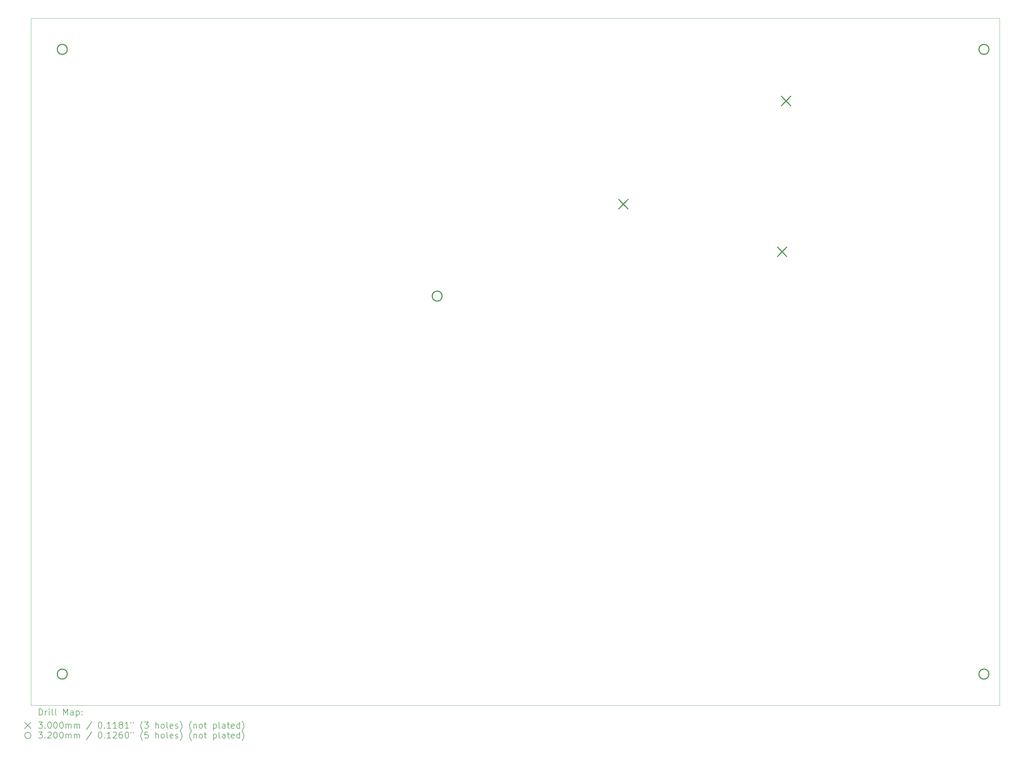
<source format=gbr>
%TF.GenerationSoftware,KiCad,Pcbnew,8.0.5*%
%TF.CreationDate,2024-12-06T02:00:07+01:00*%
%TF.ProjectId,ImpedanceAnalyzer,496d7065-6461-46e6-9365-416e616c797a,rev?*%
%TF.SameCoordinates,Original*%
%TF.FileFunction,Drillmap*%
%TF.FilePolarity,Positive*%
%FSLAX45Y45*%
G04 Gerber Fmt 4.5, Leading zero omitted, Abs format (unit mm)*
G04 Created by KiCad (PCBNEW 8.0.5) date 2024-12-06 02:00:07*
%MOMM*%
%LPD*%
G01*
G04 APERTURE LIST*
%ADD10C,0.050000*%
%ADD11C,0.200000*%
%ADD12C,0.300000*%
%ADD13C,0.320000*%
G04 APERTURE END LIST*
D10*
X2000000Y-4000000D02*
X33000000Y-4000000D01*
X33000000Y-26000000D01*
X2000000Y-26000000D01*
X2000000Y-4000000D01*
D11*
D12*
X20810000Y-9806000D02*
X21110000Y-10106000D01*
X21110000Y-9806000D02*
X20810000Y-10106000D01*
X25890000Y-11330000D02*
X26190000Y-11630000D01*
X26190000Y-11330000D02*
X25890000Y-11630000D01*
X26017000Y-6504000D02*
X26317000Y-6804000D01*
X26317000Y-6504000D02*
X26017000Y-6804000D01*
D13*
X3160000Y-5000000D02*
G75*
G02*
X2840000Y-5000000I-160000J0D01*
G01*
X2840000Y-5000000D02*
G75*
G02*
X3160000Y-5000000I160000J0D01*
G01*
X3160000Y-25000000D02*
G75*
G02*
X2840000Y-25000000I-160000J0D01*
G01*
X2840000Y-25000000D02*
G75*
G02*
X3160000Y-25000000I160000J0D01*
G01*
X15160000Y-12900000D02*
G75*
G02*
X14840000Y-12900000I-160000J0D01*
G01*
X14840000Y-12900000D02*
G75*
G02*
X15160000Y-12900000I160000J0D01*
G01*
X32660000Y-5000000D02*
G75*
G02*
X32340000Y-5000000I-160000J0D01*
G01*
X32340000Y-5000000D02*
G75*
G02*
X32660000Y-5000000I160000J0D01*
G01*
X32660000Y-25000000D02*
G75*
G02*
X32340000Y-25000000I-160000J0D01*
G01*
X32340000Y-25000000D02*
G75*
G02*
X32660000Y-25000000I160000J0D01*
G01*
D11*
X2258277Y-26313984D02*
X2258277Y-26113984D01*
X2258277Y-26113984D02*
X2305896Y-26113984D01*
X2305896Y-26113984D02*
X2334467Y-26123508D01*
X2334467Y-26123508D02*
X2353515Y-26142555D01*
X2353515Y-26142555D02*
X2363039Y-26161603D01*
X2363039Y-26161603D02*
X2372563Y-26199698D01*
X2372563Y-26199698D02*
X2372563Y-26228269D01*
X2372563Y-26228269D02*
X2363039Y-26266365D01*
X2363039Y-26266365D02*
X2353515Y-26285412D01*
X2353515Y-26285412D02*
X2334467Y-26304460D01*
X2334467Y-26304460D02*
X2305896Y-26313984D01*
X2305896Y-26313984D02*
X2258277Y-26313984D01*
X2458277Y-26313984D02*
X2458277Y-26180650D01*
X2458277Y-26218746D02*
X2467801Y-26199698D01*
X2467801Y-26199698D02*
X2477324Y-26190174D01*
X2477324Y-26190174D02*
X2496372Y-26180650D01*
X2496372Y-26180650D02*
X2515420Y-26180650D01*
X2582086Y-26313984D02*
X2582086Y-26180650D01*
X2582086Y-26113984D02*
X2572563Y-26123508D01*
X2572563Y-26123508D02*
X2582086Y-26133031D01*
X2582086Y-26133031D02*
X2591610Y-26123508D01*
X2591610Y-26123508D02*
X2582086Y-26113984D01*
X2582086Y-26113984D02*
X2582086Y-26133031D01*
X2705896Y-26313984D02*
X2686848Y-26304460D01*
X2686848Y-26304460D02*
X2677324Y-26285412D01*
X2677324Y-26285412D02*
X2677324Y-26113984D01*
X2810658Y-26313984D02*
X2791610Y-26304460D01*
X2791610Y-26304460D02*
X2782086Y-26285412D01*
X2782086Y-26285412D02*
X2782086Y-26113984D01*
X3039229Y-26313984D02*
X3039229Y-26113984D01*
X3039229Y-26113984D02*
X3105896Y-26256841D01*
X3105896Y-26256841D02*
X3172562Y-26113984D01*
X3172562Y-26113984D02*
X3172562Y-26313984D01*
X3353515Y-26313984D02*
X3353515Y-26209222D01*
X3353515Y-26209222D02*
X3343991Y-26190174D01*
X3343991Y-26190174D02*
X3324943Y-26180650D01*
X3324943Y-26180650D02*
X3286848Y-26180650D01*
X3286848Y-26180650D02*
X3267801Y-26190174D01*
X3353515Y-26304460D02*
X3334467Y-26313984D01*
X3334467Y-26313984D02*
X3286848Y-26313984D01*
X3286848Y-26313984D02*
X3267801Y-26304460D01*
X3267801Y-26304460D02*
X3258277Y-26285412D01*
X3258277Y-26285412D02*
X3258277Y-26266365D01*
X3258277Y-26266365D02*
X3267801Y-26247317D01*
X3267801Y-26247317D02*
X3286848Y-26237793D01*
X3286848Y-26237793D02*
X3334467Y-26237793D01*
X3334467Y-26237793D02*
X3353515Y-26228269D01*
X3448753Y-26180650D02*
X3448753Y-26380650D01*
X3448753Y-26190174D02*
X3467801Y-26180650D01*
X3467801Y-26180650D02*
X3505896Y-26180650D01*
X3505896Y-26180650D02*
X3524943Y-26190174D01*
X3524943Y-26190174D02*
X3534467Y-26199698D01*
X3534467Y-26199698D02*
X3543991Y-26218746D01*
X3543991Y-26218746D02*
X3543991Y-26275888D01*
X3543991Y-26275888D02*
X3534467Y-26294936D01*
X3534467Y-26294936D02*
X3524943Y-26304460D01*
X3524943Y-26304460D02*
X3505896Y-26313984D01*
X3505896Y-26313984D02*
X3467801Y-26313984D01*
X3467801Y-26313984D02*
X3448753Y-26304460D01*
X3629705Y-26294936D02*
X3639229Y-26304460D01*
X3639229Y-26304460D02*
X3629705Y-26313984D01*
X3629705Y-26313984D02*
X3620182Y-26304460D01*
X3620182Y-26304460D02*
X3629705Y-26294936D01*
X3629705Y-26294936D02*
X3629705Y-26313984D01*
X3629705Y-26190174D02*
X3639229Y-26199698D01*
X3639229Y-26199698D02*
X3629705Y-26209222D01*
X3629705Y-26209222D02*
X3620182Y-26199698D01*
X3620182Y-26199698D02*
X3629705Y-26190174D01*
X3629705Y-26190174D02*
X3629705Y-26209222D01*
X1797500Y-26542500D02*
X1997500Y-26742500D01*
X1997500Y-26542500D02*
X1797500Y-26742500D01*
X2239229Y-26533984D02*
X2363039Y-26533984D01*
X2363039Y-26533984D02*
X2296372Y-26610174D01*
X2296372Y-26610174D02*
X2324944Y-26610174D01*
X2324944Y-26610174D02*
X2343991Y-26619698D01*
X2343991Y-26619698D02*
X2353515Y-26629222D01*
X2353515Y-26629222D02*
X2363039Y-26648269D01*
X2363039Y-26648269D02*
X2363039Y-26695888D01*
X2363039Y-26695888D02*
X2353515Y-26714936D01*
X2353515Y-26714936D02*
X2343991Y-26724460D01*
X2343991Y-26724460D02*
X2324944Y-26733984D01*
X2324944Y-26733984D02*
X2267801Y-26733984D01*
X2267801Y-26733984D02*
X2248753Y-26724460D01*
X2248753Y-26724460D02*
X2239229Y-26714936D01*
X2448753Y-26714936D02*
X2458277Y-26724460D01*
X2458277Y-26724460D02*
X2448753Y-26733984D01*
X2448753Y-26733984D02*
X2439229Y-26724460D01*
X2439229Y-26724460D02*
X2448753Y-26714936D01*
X2448753Y-26714936D02*
X2448753Y-26733984D01*
X2582086Y-26533984D02*
X2601134Y-26533984D01*
X2601134Y-26533984D02*
X2620182Y-26543508D01*
X2620182Y-26543508D02*
X2629705Y-26553031D01*
X2629705Y-26553031D02*
X2639229Y-26572079D01*
X2639229Y-26572079D02*
X2648753Y-26610174D01*
X2648753Y-26610174D02*
X2648753Y-26657793D01*
X2648753Y-26657793D02*
X2639229Y-26695888D01*
X2639229Y-26695888D02*
X2629705Y-26714936D01*
X2629705Y-26714936D02*
X2620182Y-26724460D01*
X2620182Y-26724460D02*
X2601134Y-26733984D01*
X2601134Y-26733984D02*
X2582086Y-26733984D01*
X2582086Y-26733984D02*
X2563039Y-26724460D01*
X2563039Y-26724460D02*
X2553515Y-26714936D01*
X2553515Y-26714936D02*
X2543991Y-26695888D01*
X2543991Y-26695888D02*
X2534467Y-26657793D01*
X2534467Y-26657793D02*
X2534467Y-26610174D01*
X2534467Y-26610174D02*
X2543991Y-26572079D01*
X2543991Y-26572079D02*
X2553515Y-26553031D01*
X2553515Y-26553031D02*
X2563039Y-26543508D01*
X2563039Y-26543508D02*
X2582086Y-26533984D01*
X2772563Y-26533984D02*
X2791610Y-26533984D01*
X2791610Y-26533984D02*
X2810658Y-26543508D01*
X2810658Y-26543508D02*
X2820182Y-26553031D01*
X2820182Y-26553031D02*
X2829705Y-26572079D01*
X2829705Y-26572079D02*
X2839229Y-26610174D01*
X2839229Y-26610174D02*
X2839229Y-26657793D01*
X2839229Y-26657793D02*
X2829705Y-26695888D01*
X2829705Y-26695888D02*
X2820182Y-26714936D01*
X2820182Y-26714936D02*
X2810658Y-26724460D01*
X2810658Y-26724460D02*
X2791610Y-26733984D01*
X2791610Y-26733984D02*
X2772563Y-26733984D01*
X2772563Y-26733984D02*
X2753515Y-26724460D01*
X2753515Y-26724460D02*
X2743991Y-26714936D01*
X2743991Y-26714936D02*
X2734467Y-26695888D01*
X2734467Y-26695888D02*
X2724944Y-26657793D01*
X2724944Y-26657793D02*
X2724944Y-26610174D01*
X2724944Y-26610174D02*
X2734467Y-26572079D01*
X2734467Y-26572079D02*
X2743991Y-26553031D01*
X2743991Y-26553031D02*
X2753515Y-26543508D01*
X2753515Y-26543508D02*
X2772563Y-26533984D01*
X2963039Y-26533984D02*
X2982086Y-26533984D01*
X2982086Y-26533984D02*
X3001134Y-26543508D01*
X3001134Y-26543508D02*
X3010658Y-26553031D01*
X3010658Y-26553031D02*
X3020182Y-26572079D01*
X3020182Y-26572079D02*
X3029705Y-26610174D01*
X3029705Y-26610174D02*
X3029705Y-26657793D01*
X3029705Y-26657793D02*
X3020182Y-26695888D01*
X3020182Y-26695888D02*
X3010658Y-26714936D01*
X3010658Y-26714936D02*
X3001134Y-26724460D01*
X3001134Y-26724460D02*
X2982086Y-26733984D01*
X2982086Y-26733984D02*
X2963039Y-26733984D01*
X2963039Y-26733984D02*
X2943991Y-26724460D01*
X2943991Y-26724460D02*
X2934467Y-26714936D01*
X2934467Y-26714936D02*
X2924943Y-26695888D01*
X2924943Y-26695888D02*
X2915420Y-26657793D01*
X2915420Y-26657793D02*
X2915420Y-26610174D01*
X2915420Y-26610174D02*
X2924943Y-26572079D01*
X2924943Y-26572079D02*
X2934467Y-26553031D01*
X2934467Y-26553031D02*
X2943991Y-26543508D01*
X2943991Y-26543508D02*
X2963039Y-26533984D01*
X3115420Y-26733984D02*
X3115420Y-26600650D01*
X3115420Y-26619698D02*
X3124943Y-26610174D01*
X3124943Y-26610174D02*
X3143991Y-26600650D01*
X3143991Y-26600650D02*
X3172563Y-26600650D01*
X3172563Y-26600650D02*
X3191610Y-26610174D01*
X3191610Y-26610174D02*
X3201134Y-26629222D01*
X3201134Y-26629222D02*
X3201134Y-26733984D01*
X3201134Y-26629222D02*
X3210658Y-26610174D01*
X3210658Y-26610174D02*
X3229705Y-26600650D01*
X3229705Y-26600650D02*
X3258277Y-26600650D01*
X3258277Y-26600650D02*
X3277324Y-26610174D01*
X3277324Y-26610174D02*
X3286848Y-26629222D01*
X3286848Y-26629222D02*
X3286848Y-26733984D01*
X3382086Y-26733984D02*
X3382086Y-26600650D01*
X3382086Y-26619698D02*
X3391610Y-26610174D01*
X3391610Y-26610174D02*
X3410658Y-26600650D01*
X3410658Y-26600650D02*
X3439229Y-26600650D01*
X3439229Y-26600650D02*
X3458277Y-26610174D01*
X3458277Y-26610174D02*
X3467801Y-26629222D01*
X3467801Y-26629222D02*
X3467801Y-26733984D01*
X3467801Y-26629222D02*
X3477324Y-26610174D01*
X3477324Y-26610174D02*
X3496372Y-26600650D01*
X3496372Y-26600650D02*
X3524943Y-26600650D01*
X3524943Y-26600650D02*
X3543991Y-26610174D01*
X3543991Y-26610174D02*
X3553515Y-26629222D01*
X3553515Y-26629222D02*
X3553515Y-26733984D01*
X3943991Y-26524460D02*
X3772563Y-26781603D01*
X4201134Y-26533984D02*
X4220182Y-26533984D01*
X4220182Y-26533984D02*
X4239229Y-26543508D01*
X4239229Y-26543508D02*
X4248753Y-26553031D01*
X4248753Y-26553031D02*
X4258277Y-26572079D01*
X4258277Y-26572079D02*
X4267801Y-26610174D01*
X4267801Y-26610174D02*
X4267801Y-26657793D01*
X4267801Y-26657793D02*
X4258277Y-26695888D01*
X4258277Y-26695888D02*
X4248753Y-26714936D01*
X4248753Y-26714936D02*
X4239229Y-26724460D01*
X4239229Y-26724460D02*
X4220182Y-26733984D01*
X4220182Y-26733984D02*
X4201134Y-26733984D01*
X4201134Y-26733984D02*
X4182086Y-26724460D01*
X4182086Y-26724460D02*
X4172563Y-26714936D01*
X4172563Y-26714936D02*
X4163039Y-26695888D01*
X4163039Y-26695888D02*
X4153515Y-26657793D01*
X4153515Y-26657793D02*
X4153515Y-26610174D01*
X4153515Y-26610174D02*
X4163039Y-26572079D01*
X4163039Y-26572079D02*
X4172563Y-26553031D01*
X4172563Y-26553031D02*
X4182086Y-26543508D01*
X4182086Y-26543508D02*
X4201134Y-26533984D01*
X4353515Y-26714936D02*
X4363039Y-26724460D01*
X4363039Y-26724460D02*
X4353515Y-26733984D01*
X4353515Y-26733984D02*
X4343991Y-26724460D01*
X4343991Y-26724460D02*
X4353515Y-26714936D01*
X4353515Y-26714936D02*
X4353515Y-26733984D01*
X4553515Y-26733984D02*
X4439229Y-26733984D01*
X4496372Y-26733984D02*
X4496372Y-26533984D01*
X4496372Y-26533984D02*
X4477325Y-26562555D01*
X4477325Y-26562555D02*
X4458277Y-26581603D01*
X4458277Y-26581603D02*
X4439229Y-26591127D01*
X4743991Y-26733984D02*
X4629706Y-26733984D01*
X4686848Y-26733984D02*
X4686848Y-26533984D01*
X4686848Y-26533984D02*
X4667801Y-26562555D01*
X4667801Y-26562555D02*
X4648753Y-26581603D01*
X4648753Y-26581603D02*
X4629706Y-26591127D01*
X4858277Y-26619698D02*
X4839229Y-26610174D01*
X4839229Y-26610174D02*
X4829706Y-26600650D01*
X4829706Y-26600650D02*
X4820182Y-26581603D01*
X4820182Y-26581603D02*
X4820182Y-26572079D01*
X4820182Y-26572079D02*
X4829706Y-26553031D01*
X4829706Y-26553031D02*
X4839229Y-26543508D01*
X4839229Y-26543508D02*
X4858277Y-26533984D01*
X4858277Y-26533984D02*
X4896372Y-26533984D01*
X4896372Y-26533984D02*
X4915420Y-26543508D01*
X4915420Y-26543508D02*
X4924944Y-26553031D01*
X4924944Y-26553031D02*
X4934468Y-26572079D01*
X4934468Y-26572079D02*
X4934468Y-26581603D01*
X4934468Y-26581603D02*
X4924944Y-26600650D01*
X4924944Y-26600650D02*
X4915420Y-26610174D01*
X4915420Y-26610174D02*
X4896372Y-26619698D01*
X4896372Y-26619698D02*
X4858277Y-26619698D01*
X4858277Y-26619698D02*
X4839229Y-26629222D01*
X4839229Y-26629222D02*
X4829706Y-26638746D01*
X4829706Y-26638746D02*
X4820182Y-26657793D01*
X4820182Y-26657793D02*
X4820182Y-26695888D01*
X4820182Y-26695888D02*
X4829706Y-26714936D01*
X4829706Y-26714936D02*
X4839229Y-26724460D01*
X4839229Y-26724460D02*
X4858277Y-26733984D01*
X4858277Y-26733984D02*
X4896372Y-26733984D01*
X4896372Y-26733984D02*
X4915420Y-26724460D01*
X4915420Y-26724460D02*
X4924944Y-26714936D01*
X4924944Y-26714936D02*
X4934468Y-26695888D01*
X4934468Y-26695888D02*
X4934468Y-26657793D01*
X4934468Y-26657793D02*
X4924944Y-26638746D01*
X4924944Y-26638746D02*
X4915420Y-26629222D01*
X4915420Y-26629222D02*
X4896372Y-26619698D01*
X5124944Y-26733984D02*
X5010658Y-26733984D01*
X5067801Y-26733984D02*
X5067801Y-26533984D01*
X5067801Y-26533984D02*
X5048753Y-26562555D01*
X5048753Y-26562555D02*
X5029706Y-26581603D01*
X5029706Y-26581603D02*
X5010658Y-26591127D01*
X5201134Y-26533984D02*
X5201134Y-26572079D01*
X5277325Y-26533984D02*
X5277325Y-26572079D01*
X5572563Y-26810174D02*
X5563039Y-26800650D01*
X5563039Y-26800650D02*
X5543991Y-26772079D01*
X5543991Y-26772079D02*
X5534468Y-26753031D01*
X5534468Y-26753031D02*
X5524944Y-26724460D01*
X5524944Y-26724460D02*
X5515420Y-26676841D01*
X5515420Y-26676841D02*
X5515420Y-26638746D01*
X5515420Y-26638746D02*
X5524944Y-26591127D01*
X5524944Y-26591127D02*
X5534468Y-26562555D01*
X5534468Y-26562555D02*
X5543991Y-26543508D01*
X5543991Y-26543508D02*
X5563039Y-26514936D01*
X5563039Y-26514936D02*
X5572563Y-26505412D01*
X5629706Y-26533984D02*
X5753515Y-26533984D01*
X5753515Y-26533984D02*
X5686848Y-26610174D01*
X5686848Y-26610174D02*
X5715420Y-26610174D01*
X5715420Y-26610174D02*
X5734468Y-26619698D01*
X5734468Y-26619698D02*
X5743991Y-26629222D01*
X5743991Y-26629222D02*
X5753515Y-26648269D01*
X5753515Y-26648269D02*
X5753515Y-26695888D01*
X5753515Y-26695888D02*
X5743991Y-26714936D01*
X5743991Y-26714936D02*
X5734468Y-26724460D01*
X5734468Y-26724460D02*
X5715420Y-26733984D01*
X5715420Y-26733984D02*
X5658277Y-26733984D01*
X5658277Y-26733984D02*
X5639229Y-26724460D01*
X5639229Y-26724460D02*
X5629706Y-26714936D01*
X5991610Y-26733984D02*
X5991610Y-26533984D01*
X6077325Y-26733984D02*
X6077325Y-26629222D01*
X6077325Y-26629222D02*
X6067801Y-26610174D01*
X6067801Y-26610174D02*
X6048753Y-26600650D01*
X6048753Y-26600650D02*
X6020182Y-26600650D01*
X6020182Y-26600650D02*
X6001134Y-26610174D01*
X6001134Y-26610174D02*
X5991610Y-26619698D01*
X6201134Y-26733984D02*
X6182087Y-26724460D01*
X6182087Y-26724460D02*
X6172563Y-26714936D01*
X6172563Y-26714936D02*
X6163039Y-26695888D01*
X6163039Y-26695888D02*
X6163039Y-26638746D01*
X6163039Y-26638746D02*
X6172563Y-26619698D01*
X6172563Y-26619698D02*
X6182087Y-26610174D01*
X6182087Y-26610174D02*
X6201134Y-26600650D01*
X6201134Y-26600650D02*
X6229706Y-26600650D01*
X6229706Y-26600650D02*
X6248753Y-26610174D01*
X6248753Y-26610174D02*
X6258277Y-26619698D01*
X6258277Y-26619698D02*
X6267801Y-26638746D01*
X6267801Y-26638746D02*
X6267801Y-26695888D01*
X6267801Y-26695888D02*
X6258277Y-26714936D01*
X6258277Y-26714936D02*
X6248753Y-26724460D01*
X6248753Y-26724460D02*
X6229706Y-26733984D01*
X6229706Y-26733984D02*
X6201134Y-26733984D01*
X6382087Y-26733984D02*
X6363039Y-26724460D01*
X6363039Y-26724460D02*
X6353515Y-26705412D01*
X6353515Y-26705412D02*
X6353515Y-26533984D01*
X6534468Y-26724460D02*
X6515420Y-26733984D01*
X6515420Y-26733984D02*
X6477325Y-26733984D01*
X6477325Y-26733984D02*
X6458277Y-26724460D01*
X6458277Y-26724460D02*
X6448753Y-26705412D01*
X6448753Y-26705412D02*
X6448753Y-26629222D01*
X6448753Y-26629222D02*
X6458277Y-26610174D01*
X6458277Y-26610174D02*
X6477325Y-26600650D01*
X6477325Y-26600650D02*
X6515420Y-26600650D01*
X6515420Y-26600650D02*
X6534468Y-26610174D01*
X6534468Y-26610174D02*
X6543991Y-26629222D01*
X6543991Y-26629222D02*
X6543991Y-26648269D01*
X6543991Y-26648269D02*
X6448753Y-26667317D01*
X6620182Y-26724460D02*
X6639230Y-26733984D01*
X6639230Y-26733984D02*
X6677325Y-26733984D01*
X6677325Y-26733984D02*
X6696372Y-26724460D01*
X6696372Y-26724460D02*
X6705896Y-26705412D01*
X6705896Y-26705412D02*
X6705896Y-26695888D01*
X6705896Y-26695888D02*
X6696372Y-26676841D01*
X6696372Y-26676841D02*
X6677325Y-26667317D01*
X6677325Y-26667317D02*
X6648753Y-26667317D01*
X6648753Y-26667317D02*
X6629706Y-26657793D01*
X6629706Y-26657793D02*
X6620182Y-26638746D01*
X6620182Y-26638746D02*
X6620182Y-26629222D01*
X6620182Y-26629222D02*
X6629706Y-26610174D01*
X6629706Y-26610174D02*
X6648753Y-26600650D01*
X6648753Y-26600650D02*
X6677325Y-26600650D01*
X6677325Y-26600650D02*
X6696372Y-26610174D01*
X6772563Y-26810174D02*
X6782087Y-26800650D01*
X6782087Y-26800650D02*
X6801134Y-26772079D01*
X6801134Y-26772079D02*
X6810658Y-26753031D01*
X6810658Y-26753031D02*
X6820182Y-26724460D01*
X6820182Y-26724460D02*
X6829706Y-26676841D01*
X6829706Y-26676841D02*
X6829706Y-26638746D01*
X6829706Y-26638746D02*
X6820182Y-26591127D01*
X6820182Y-26591127D02*
X6810658Y-26562555D01*
X6810658Y-26562555D02*
X6801134Y-26543508D01*
X6801134Y-26543508D02*
X6782087Y-26514936D01*
X6782087Y-26514936D02*
X6772563Y-26505412D01*
X7134468Y-26810174D02*
X7124944Y-26800650D01*
X7124944Y-26800650D02*
X7105896Y-26772079D01*
X7105896Y-26772079D02*
X7096372Y-26753031D01*
X7096372Y-26753031D02*
X7086849Y-26724460D01*
X7086849Y-26724460D02*
X7077325Y-26676841D01*
X7077325Y-26676841D02*
X7077325Y-26638746D01*
X7077325Y-26638746D02*
X7086849Y-26591127D01*
X7086849Y-26591127D02*
X7096372Y-26562555D01*
X7096372Y-26562555D02*
X7105896Y-26543508D01*
X7105896Y-26543508D02*
X7124944Y-26514936D01*
X7124944Y-26514936D02*
X7134468Y-26505412D01*
X7210658Y-26600650D02*
X7210658Y-26733984D01*
X7210658Y-26619698D02*
X7220182Y-26610174D01*
X7220182Y-26610174D02*
X7239230Y-26600650D01*
X7239230Y-26600650D02*
X7267801Y-26600650D01*
X7267801Y-26600650D02*
X7286849Y-26610174D01*
X7286849Y-26610174D02*
X7296372Y-26629222D01*
X7296372Y-26629222D02*
X7296372Y-26733984D01*
X7420182Y-26733984D02*
X7401134Y-26724460D01*
X7401134Y-26724460D02*
X7391611Y-26714936D01*
X7391611Y-26714936D02*
X7382087Y-26695888D01*
X7382087Y-26695888D02*
X7382087Y-26638746D01*
X7382087Y-26638746D02*
X7391611Y-26619698D01*
X7391611Y-26619698D02*
X7401134Y-26610174D01*
X7401134Y-26610174D02*
X7420182Y-26600650D01*
X7420182Y-26600650D02*
X7448753Y-26600650D01*
X7448753Y-26600650D02*
X7467801Y-26610174D01*
X7467801Y-26610174D02*
X7477325Y-26619698D01*
X7477325Y-26619698D02*
X7486849Y-26638746D01*
X7486849Y-26638746D02*
X7486849Y-26695888D01*
X7486849Y-26695888D02*
X7477325Y-26714936D01*
X7477325Y-26714936D02*
X7467801Y-26724460D01*
X7467801Y-26724460D02*
X7448753Y-26733984D01*
X7448753Y-26733984D02*
X7420182Y-26733984D01*
X7543992Y-26600650D02*
X7620182Y-26600650D01*
X7572563Y-26533984D02*
X7572563Y-26705412D01*
X7572563Y-26705412D02*
X7582087Y-26724460D01*
X7582087Y-26724460D02*
X7601134Y-26733984D01*
X7601134Y-26733984D02*
X7620182Y-26733984D01*
X7839230Y-26600650D02*
X7839230Y-26800650D01*
X7839230Y-26610174D02*
X7858277Y-26600650D01*
X7858277Y-26600650D02*
X7896373Y-26600650D01*
X7896373Y-26600650D02*
X7915420Y-26610174D01*
X7915420Y-26610174D02*
X7924944Y-26619698D01*
X7924944Y-26619698D02*
X7934468Y-26638746D01*
X7934468Y-26638746D02*
X7934468Y-26695888D01*
X7934468Y-26695888D02*
X7924944Y-26714936D01*
X7924944Y-26714936D02*
X7915420Y-26724460D01*
X7915420Y-26724460D02*
X7896373Y-26733984D01*
X7896373Y-26733984D02*
X7858277Y-26733984D01*
X7858277Y-26733984D02*
X7839230Y-26724460D01*
X8048753Y-26733984D02*
X8029706Y-26724460D01*
X8029706Y-26724460D02*
X8020182Y-26705412D01*
X8020182Y-26705412D02*
X8020182Y-26533984D01*
X8210658Y-26733984D02*
X8210658Y-26629222D01*
X8210658Y-26629222D02*
X8201134Y-26610174D01*
X8201134Y-26610174D02*
X8182087Y-26600650D01*
X8182087Y-26600650D02*
X8143992Y-26600650D01*
X8143992Y-26600650D02*
X8124944Y-26610174D01*
X8210658Y-26724460D02*
X8191611Y-26733984D01*
X8191611Y-26733984D02*
X8143992Y-26733984D01*
X8143992Y-26733984D02*
X8124944Y-26724460D01*
X8124944Y-26724460D02*
X8115420Y-26705412D01*
X8115420Y-26705412D02*
X8115420Y-26686365D01*
X8115420Y-26686365D02*
X8124944Y-26667317D01*
X8124944Y-26667317D02*
X8143992Y-26657793D01*
X8143992Y-26657793D02*
X8191611Y-26657793D01*
X8191611Y-26657793D02*
X8210658Y-26648269D01*
X8277325Y-26600650D02*
X8353515Y-26600650D01*
X8305896Y-26533984D02*
X8305896Y-26705412D01*
X8305896Y-26705412D02*
X8315420Y-26724460D01*
X8315420Y-26724460D02*
X8334468Y-26733984D01*
X8334468Y-26733984D02*
X8353515Y-26733984D01*
X8496373Y-26724460D02*
X8477325Y-26733984D01*
X8477325Y-26733984D02*
X8439230Y-26733984D01*
X8439230Y-26733984D02*
X8420182Y-26724460D01*
X8420182Y-26724460D02*
X8410658Y-26705412D01*
X8410658Y-26705412D02*
X8410658Y-26629222D01*
X8410658Y-26629222D02*
X8420182Y-26610174D01*
X8420182Y-26610174D02*
X8439230Y-26600650D01*
X8439230Y-26600650D02*
X8477325Y-26600650D01*
X8477325Y-26600650D02*
X8496373Y-26610174D01*
X8496373Y-26610174D02*
X8505896Y-26629222D01*
X8505896Y-26629222D02*
X8505896Y-26648269D01*
X8505896Y-26648269D02*
X8410658Y-26667317D01*
X8677325Y-26733984D02*
X8677325Y-26533984D01*
X8677325Y-26724460D02*
X8658277Y-26733984D01*
X8658277Y-26733984D02*
X8620182Y-26733984D01*
X8620182Y-26733984D02*
X8601135Y-26724460D01*
X8601135Y-26724460D02*
X8591611Y-26714936D01*
X8591611Y-26714936D02*
X8582087Y-26695888D01*
X8582087Y-26695888D02*
X8582087Y-26638746D01*
X8582087Y-26638746D02*
X8591611Y-26619698D01*
X8591611Y-26619698D02*
X8601135Y-26610174D01*
X8601135Y-26610174D02*
X8620182Y-26600650D01*
X8620182Y-26600650D02*
X8658277Y-26600650D01*
X8658277Y-26600650D02*
X8677325Y-26610174D01*
X8753516Y-26810174D02*
X8763039Y-26800650D01*
X8763039Y-26800650D02*
X8782087Y-26772079D01*
X8782087Y-26772079D02*
X8791611Y-26753031D01*
X8791611Y-26753031D02*
X8801135Y-26724460D01*
X8801135Y-26724460D02*
X8810658Y-26676841D01*
X8810658Y-26676841D02*
X8810658Y-26638746D01*
X8810658Y-26638746D02*
X8801135Y-26591127D01*
X8801135Y-26591127D02*
X8791611Y-26562555D01*
X8791611Y-26562555D02*
X8782087Y-26543508D01*
X8782087Y-26543508D02*
X8763039Y-26514936D01*
X8763039Y-26514936D02*
X8753516Y-26505412D01*
X1997500Y-26962500D02*
G75*
G02*
X1797500Y-26962500I-100000J0D01*
G01*
X1797500Y-26962500D02*
G75*
G02*
X1997500Y-26962500I100000J0D01*
G01*
X2239229Y-26853984D02*
X2363039Y-26853984D01*
X2363039Y-26853984D02*
X2296372Y-26930174D01*
X2296372Y-26930174D02*
X2324944Y-26930174D01*
X2324944Y-26930174D02*
X2343991Y-26939698D01*
X2343991Y-26939698D02*
X2353515Y-26949222D01*
X2353515Y-26949222D02*
X2363039Y-26968269D01*
X2363039Y-26968269D02*
X2363039Y-27015888D01*
X2363039Y-27015888D02*
X2353515Y-27034936D01*
X2353515Y-27034936D02*
X2343991Y-27044460D01*
X2343991Y-27044460D02*
X2324944Y-27053984D01*
X2324944Y-27053984D02*
X2267801Y-27053984D01*
X2267801Y-27053984D02*
X2248753Y-27044460D01*
X2248753Y-27044460D02*
X2239229Y-27034936D01*
X2448753Y-27034936D02*
X2458277Y-27044460D01*
X2458277Y-27044460D02*
X2448753Y-27053984D01*
X2448753Y-27053984D02*
X2439229Y-27044460D01*
X2439229Y-27044460D02*
X2448753Y-27034936D01*
X2448753Y-27034936D02*
X2448753Y-27053984D01*
X2534467Y-26873031D02*
X2543991Y-26863508D01*
X2543991Y-26863508D02*
X2563039Y-26853984D01*
X2563039Y-26853984D02*
X2610658Y-26853984D01*
X2610658Y-26853984D02*
X2629705Y-26863508D01*
X2629705Y-26863508D02*
X2639229Y-26873031D01*
X2639229Y-26873031D02*
X2648753Y-26892079D01*
X2648753Y-26892079D02*
X2648753Y-26911127D01*
X2648753Y-26911127D02*
X2639229Y-26939698D01*
X2639229Y-26939698D02*
X2524944Y-27053984D01*
X2524944Y-27053984D02*
X2648753Y-27053984D01*
X2772563Y-26853984D02*
X2791610Y-26853984D01*
X2791610Y-26853984D02*
X2810658Y-26863508D01*
X2810658Y-26863508D02*
X2820182Y-26873031D01*
X2820182Y-26873031D02*
X2829705Y-26892079D01*
X2829705Y-26892079D02*
X2839229Y-26930174D01*
X2839229Y-26930174D02*
X2839229Y-26977793D01*
X2839229Y-26977793D02*
X2829705Y-27015888D01*
X2829705Y-27015888D02*
X2820182Y-27034936D01*
X2820182Y-27034936D02*
X2810658Y-27044460D01*
X2810658Y-27044460D02*
X2791610Y-27053984D01*
X2791610Y-27053984D02*
X2772563Y-27053984D01*
X2772563Y-27053984D02*
X2753515Y-27044460D01*
X2753515Y-27044460D02*
X2743991Y-27034936D01*
X2743991Y-27034936D02*
X2734467Y-27015888D01*
X2734467Y-27015888D02*
X2724944Y-26977793D01*
X2724944Y-26977793D02*
X2724944Y-26930174D01*
X2724944Y-26930174D02*
X2734467Y-26892079D01*
X2734467Y-26892079D02*
X2743991Y-26873031D01*
X2743991Y-26873031D02*
X2753515Y-26863508D01*
X2753515Y-26863508D02*
X2772563Y-26853984D01*
X2963039Y-26853984D02*
X2982086Y-26853984D01*
X2982086Y-26853984D02*
X3001134Y-26863508D01*
X3001134Y-26863508D02*
X3010658Y-26873031D01*
X3010658Y-26873031D02*
X3020182Y-26892079D01*
X3020182Y-26892079D02*
X3029705Y-26930174D01*
X3029705Y-26930174D02*
X3029705Y-26977793D01*
X3029705Y-26977793D02*
X3020182Y-27015888D01*
X3020182Y-27015888D02*
X3010658Y-27034936D01*
X3010658Y-27034936D02*
X3001134Y-27044460D01*
X3001134Y-27044460D02*
X2982086Y-27053984D01*
X2982086Y-27053984D02*
X2963039Y-27053984D01*
X2963039Y-27053984D02*
X2943991Y-27044460D01*
X2943991Y-27044460D02*
X2934467Y-27034936D01*
X2934467Y-27034936D02*
X2924943Y-27015888D01*
X2924943Y-27015888D02*
X2915420Y-26977793D01*
X2915420Y-26977793D02*
X2915420Y-26930174D01*
X2915420Y-26930174D02*
X2924943Y-26892079D01*
X2924943Y-26892079D02*
X2934467Y-26873031D01*
X2934467Y-26873031D02*
X2943991Y-26863508D01*
X2943991Y-26863508D02*
X2963039Y-26853984D01*
X3115420Y-27053984D02*
X3115420Y-26920650D01*
X3115420Y-26939698D02*
X3124943Y-26930174D01*
X3124943Y-26930174D02*
X3143991Y-26920650D01*
X3143991Y-26920650D02*
X3172563Y-26920650D01*
X3172563Y-26920650D02*
X3191610Y-26930174D01*
X3191610Y-26930174D02*
X3201134Y-26949222D01*
X3201134Y-26949222D02*
X3201134Y-27053984D01*
X3201134Y-26949222D02*
X3210658Y-26930174D01*
X3210658Y-26930174D02*
X3229705Y-26920650D01*
X3229705Y-26920650D02*
X3258277Y-26920650D01*
X3258277Y-26920650D02*
X3277324Y-26930174D01*
X3277324Y-26930174D02*
X3286848Y-26949222D01*
X3286848Y-26949222D02*
X3286848Y-27053984D01*
X3382086Y-27053984D02*
X3382086Y-26920650D01*
X3382086Y-26939698D02*
X3391610Y-26930174D01*
X3391610Y-26930174D02*
X3410658Y-26920650D01*
X3410658Y-26920650D02*
X3439229Y-26920650D01*
X3439229Y-26920650D02*
X3458277Y-26930174D01*
X3458277Y-26930174D02*
X3467801Y-26949222D01*
X3467801Y-26949222D02*
X3467801Y-27053984D01*
X3467801Y-26949222D02*
X3477324Y-26930174D01*
X3477324Y-26930174D02*
X3496372Y-26920650D01*
X3496372Y-26920650D02*
X3524943Y-26920650D01*
X3524943Y-26920650D02*
X3543991Y-26930174D01*
X3543991Y-26930174D02*
X3553515Y-26949222D01*
X3553515Y-26949222D02*
X3553515Y-27053984D01*
X3943991Y-26844460D02*
X3772563Y-27101603D01*
X4201134Y-26853984D02*
X4220182Y-26853984D01*
X4220182Y-26853984D02*
X4239229Y-26863508D01*
X4239229Y-26863508D02*
X4248753Y-26873031D01*
X4248753Y-26873031D02*
X4258277Y-26892079D01*
X4258277Y-26892079D02*
X4267801Y-26930174D01*
X4267801Y-26930174D02*
X4267801Y-26977793D01*
X4267801Y-26977793D02*
X4258277Y-27015888D01*
X4258277Y-27015888D02*
X4248753Y-27034936D01*
X4248753Y-27034936D02*
X4239229Y-27044460D01*
X4239229Y-27044460D02*
X4220182Y-27053984D01*
X4220182Y-27053984D02*
X4201134Y-27053984D01*
X4201134Y-27053984D02*
X4182086Y-27044460D01*
X4182086Y-27044460D02*
X4172563Y-27034936D01*
X4172563Y-27034936D02*
X4163039Y-27015888D01*
X4163039Y-27015888D02*
X4153515Y-26977793D01*
X4153515Y-26977793D02*
X4153515Y-26930174D01*
X4153515Y-26930174D02*
X4163039Y-26892079D01*
X4163039Y-26892079D02*
X4172563Y-26873031D01*
X4172563Y-26873031D02*
X4182086Y-26863508D01*
X4182086Y-26863508D02*
X4201134Y-26853984D01*
X4353515Y-27034936D02*
X4363039Y-27044460D01*
X4363039Y-27044460D02*
X4353515Y-27053984D01*
X4353515Y-27053984D02*
X4343991Y-27044460D01*
X4343991Y-27044460D02*
X4353515Y-27034936D01*
X4353515Y-27034936D02*
X4353515Y-27053984D01*
X4553515Y-27053984D02*
X4439229Y-27053984D01*
X4496372Y-27053984D02*
X4496372Y-26853984D01*
X4496372Y-26853984D02*
X4477325Y-26882555D01*
X4477325Y-26882555D02*
X4458277Y-26901603D01*
X4458277Y-26901603D02*
X4439229Y-26911127D01*
X4629706Y-26873031D02*
X4639229Y-26863508D01*
X4639229Y-26863508D02*
X4658277Y-26853984D01*
X4658277Y-26853984D02*
X4705896Y-26853984D01*
X4705896Y-26853984D02*
X4724944Y-26863508D01*
X4724944Y-26863508D02*
X4734468Y-26873031D01*
X4734468Y-26873031D02*
X4743991Y-26892079D01*
X4743991Y-26892079D02*
X4743991Y-26911127D01*
X4743991Y-26911127D02*
X4734468Y-26939698D01*
X4734468Y-26939698D02*
X4620182Y-27053984D01*
X4620182Y-27053984D02*
X4743991Y-27053984D01*
X4915420Y-26853984D02*
X4877325Y-26853984D01*
X4877325Y-26853984D02*
X4858277Y-26863508D01*
X4858277Y-26863508D02*
X4848753Y-26873031D01*
X4848753Y-26873031D02*
X4829706Y-26901603D01*
X4829706Y-26901603D02*
X4820182Y-26939698D01*
X4820182Y-26939698D02*
X4820182Y-27015888D01*
X4820182Y-27015888D02*
X4829706Y-27034936D01*
X4829706Y-27034936D02*
X4839229Y-27044460D01*
X4839229Y-27044460D02*
X4858277Y-27053984D01*
X4858277Y-27053984D02*
X4896372Y-27053984D01*
X4896372Y-27053984D02*
X4915420Y-27044460D01*
X4915420Y-27044460D02*
X4924944Y-27034936D01*
X4924944Y-27034936D02*
X4934468Y-27015888D01*
X4934468Y-27015888D02*
X4934468Y-26968269D01*
X4934468Y-26968269D02*
X4924944Y-26949222D01*
X4924944Y-26949222D02*
X4915420Y-26939698D01*
X4915420Y-26939698D02*
X4896372Y-26930174D01*
X4896372Y-26930174D02*
X4858277Y-26930174D01*
X4858277Y-26930174D02*
X4839229Y-26939698D01*
X4839229Y-26939698D02*
X4829706Y-26949222D01*
X4829706Y-26949222D02*
X4820182Y-26968269D01*
X5058277Y-26853984D02*
X5077325Y-26853984D01*
X5077325Y-26853984D02*
X5096372Y-26863508D01*
X5096372Y-26863508D02*
X5105896Y-26873031D01*
X5105896Y-26873031D02*
X5115420Y-26892079D01*
X5115420Y-26892079D02*
X5124944Y-26930174D01*
X5124944Y-26930174D02*
X5124944Y-26977793D01*
X5124944Y-26977793D02*
X5115420Y-27015888D01*
X5115420Y-27015888D02*
X5105896Y-27034936D01*
X5105896Y-27034936D02*
X5096372Y-27044460D01*
X5096372Y-27044460D02*
X5077325Y-27053984D01*
X5077325Y-27053984D02*
X5058277Y-27053984D01*
X5058277Y-27053984D02*
X5039229Y-27044460D01*
X5039229Y-27044460D02*
X5029706Y-27034936D01*
X5029706Y-27034936D02*
X5020182Y-27015888D01*
X5020182Y-27015888D02*
X5010658Y-26977793D01*
X5010658Y-26977793D02*
X5010658Y-26930174D01*
X5010658Y-26930174D02*
X5020182Y-26892079D01*
X5020182Y-26892079D02*
X5029706Y-26873031D01*
X5029706Y-26873031D02*
X5039229Y-26863508D01*
X5039229Y-26863508D02*
X5058277Y-26853984D01*
X5201134Y-26853984D02*
X5201134Y-26892079D01*
X5277325Y-26853984D02*
X5277325Y-26892079D01*
X5572563Y-27130174D02*
X5563039Y-27120650D01*
X5563039Y-27120650D02*
X5543991Y-27092079D01*
X5543991Y-27092079D02*
X5534468Y-27073031D01*
X5534468Y-27073031D02*
X5524944Y-27044460D01*
X5524944Y-27044460D02*
X5515420Y-26996841D01*
X5515420Y-26996841D02*
X5515420Y-26958746D01*
X5515420Y-26958746D02*
X5524944Y-26911127D01*
X5524944Y-26911127D02*
X5534468Y-26882555D01*
X5534468Y-26882555D02*
X5543991Y-26863508D01*
X5543991Y-26863508D02*
X5563039Y-26834936D01*
X5563039Y-26834936D02*
X5572563Y-26825412D01*
X5743991Y-26853984D02*
X5648753Y-26853984D01*
X5648753Y-26853984D02*
X5639229Y-26949222D01*
X5639229Y-26949222D02*
X5648753Y-26939698D01*
X5648753Y-26939698D02*
X5667801Y-26930174D01*
X5667801Y-26930174D02*
X5715420Y-26930174D01*
X5715420Y-26930174D02*
X5734468Y-26939698D01*
X5734468Y-26939698D02*
X5743991Y-26949222D01*
X5743991Y-26949222D02*
X5753515Y-26968269D01*
X5753515Y-26968269D02*
X5753515Y-27015888D01*
X5753515Y-27015888D02*
X5743991Y-27034936D01*
X5743991Y-27034936D02*
X5734468Y-27044460D01*
X5734468Y-27044460D02*
X5715420Y-27053984D01*
X5715420Y-27053984D02*
X5667801Y-27053984D01*
X5667801Y-27053984D02*
X5648753Y-27044460D01*
X5648753Y-27044460D02*
X5639229Y-27034936D01*
X5991610Y-27053984D02*
X5991610Y-26853984D01*
X6077325Y-27053984D02*
X6077325Y-26949222D01*
X6077325Y-26949222D02*
X6067801Y-26930174D01*
X6067801Y-26930174D02*
X6048753Y-26920650D01*
X6048753Y-26920650D02*
X6020182Y-26920650D01*
X6020182Y-26920650D02*
X6001134Y-26930174D01*
X6001134Y-26930174D02*
X5991610Y-26939698D01*
X6201134Y-27053984D02*
X6182087Y-27044460D01*
X6182087Y-27044460D02*
X6172563Y-27034936D01*
X6172563Y-27034936D02*
X6163039Y-27015888D01*
X6163039Y-27015888D02*
X6163039Y-26958746D01*
X6163039Y-26958746D02*
X6172563Y-26939698D01*
X6172563Y-26939698D02*
X6182087Y-26930174D01*
X6182087Y-26930174D02*
X6201134Y-26920650D01*
X6201134Y-26920650D02*
X6229706Y-26920650D01*
X6229706Y-26920650D02*
X6248753Y-26930174D01*
X6248753Y-26930174D02*
X6258277Y-26939698D01*
X6258277Y-26939698D02*
X6267801Y-26958746D01*
X6267801Y-26958746D02*
X6267801Y-27015888D01*
X6267801Y-27015888D02*
X6258277Y-27034936D01*
X6258277Y-27034936D02*
X6248753Y-27044460D01*
X6248753Y-27044460D02*
X6229706Y-27053984D01*
X6229706Y-27053984D02*
X6201134Y-27053984D01*
X6382087Y-27053984D02*
X6363039Y-27044460D01*
X6363039Y-27044460D02*
X6353515Y-27025412D01*
X6353515Y-27025412D02*
X6353515Y-26853984D01*
X6534468Y-27044460D02*
X6515420Y-27053984D01*
X6515420Y-27053984D02*
X6477325Y-27053984D01*
X6477325Y-27053984D02*
X6458277Y-27044460D01*
X6458277Y-27044460D02*
X6448753Y-27025412D01*
X6448753Y-27025412D02*
X6448753Y-26949222D01*
X6448753Y-26949222D02*
X6458277Y-26930174D01*
X6458277Y-26930174D02*
X6477325Y-26920650D01*
X6477325Y-26920650D02*
X6515420Y-26920650D01*
X6515420Y-26920650D02*
X6534468Y-26930174D01*
X6534468Y-26930174D02*
X6543991Y-26949222D01*
X6543991Y-26949222D02*
X6543991Y-26968269D01*
X6543991Y-26968269D02*
X6448753Y-26987317D01*
X6620182Y-27044460D02*
X6639230Y-27053984D01*
X6639230Y-27053984D02*
X6677325Y-27053984D01*
X6677325Y-27053984D02*
X6696372Y-27044460D01*
X6696372Y-27044460D02*
X6705896Y-27025412D01*
X6705896Y-27025412D02*
X6705896Y-27015888D01*
X6705896Y-27015888D02*
X6696372Y-26996841D01*
X6696372Y-26996841D02*
X6677325Y-26987317D01*
X6677325Y-26987317D02*
X6648753Y-26987317D01*
X6648753Y-26987317D02*
X6629706Y-26977793D01*
X6629706Y-26977793D02*
X6620182Y-26958746D01*
X6620182Y-26958746D02*
X6620182Y-26949222D01*
X6620182Y-26949222D02*
X6629706Y-26930174D01*
X6629706Y-26930174D02*
X6648753Y-26920650D01*
X6648753Y-26920650D02*
X6677325Y-26920650D01*
X6677325Y-26920650D02*
X6696372Y-26930174D01*
X6772563Y-27130174D02*
X6782087Y-27120650D01*
X6782087Y-27120650D02*
X6801134Y-27092079D01*
X6801134Y-27092079D02*
X6810658Y-27073031D01*
X6810658Y-27073031D02*
X6820182Y-27044460D01*
X6820182Y-27044460D02*
X6829706Y-26996841D01*
X6829706Y-26996841D02*
X6829706Y-26958746D01*
X6829706Y-26958746D02*
X6820182Y-26911127D01*
X6820182Y-26911127D02*
X6810658Y-26882555D01*
X6810658Y-26882555D02*
X6801134Y-26863508D01*
X6801134Y-26863508D02*
X6782087Y-26834936D01*
X6782087Y-26834936D02*
X6772563Y-26825412D01*
X7134468Y-27130174D02*
X7124944Y-27120650D01*
X7124944Y-27120650D02*
X7105896Y-27092079D01*
X7105896Y-27092079D02*
X7096372Y-27073031D01*
X7096372Y-27073031D02*
X7086849Y-27044460D01*
X7086849Y-27044460D02*
X7077325Y-26996841D01*
X7077325Y-26996841D02*
X7077325Y-26958746D01*
X7077325Y-26958746D02*
X7086849Y-26911127D01*
X7086849Y-26911127D02*
X7096372Y-26882555D01*
X7096372Y-26882555D02*
X7105896Y-26863508D01*
X7105896Y-26863508D02*
X7124944Y-26834936D01*
X7124944Y-26834936D02*
X7134468Y-26825412D01*
X7210658Y-26920650D02*
X7210658Y-27053984D01*
X7210658Y-26939698D02*
X7220182Y-26930174D01*
X7220182Y-26930174D02*
X7239230Y-26920650D01*
X7239230Y-26920650D02*
X7267801Y-26920650D01*
X7267801Y-26920650D02*
X7286849Y-26930174D01*
X7286849Y-26930174D02*
X7296372Y-26949222D01*
X7296372Y-26949222D02*
X7296372Y-27053984D01*
X7420182Y-27053984D02*
X7401134Y-27044460D01*
X7401134Y-27044460D02*
X7391611Y-27034936D01*
X7391611Y-27034936D02*
X7382087Y-27015888D01*
X7382087Y-27015888D02*
X7382087Y-26958746D01*
X7382087Y-26958746D02*
X7391611Y-26939698D01*
X7391611Y-26939698D02*
X7401134Y-26930174D01*
X7401134Y-26930174D02*
X7420182Y-26920650D01*
X7420182Y-26920650D02*
X7448753Y-26920650D01*
X7448753Y-26920650D02*
X7467801Y-26930174D01*
X7467801Y-26930174D02*
X7477325Y-26939698D01*
X7477325Y-26939698D02*
X7486849Y-26958746D01*
X7486849Y-26958746D02*
X7486849Y-27015888D01*
X7486849Y-27015888D02*
X7477325Y-27034936D01*
X7477325Y-27034936D02*
X7467801Y-27044460D01*
X7467801Y-27044460D02*
X7448753Y-27053984D01*
X7448753Y-27053984D02*
X7420182Y-27053984D01*
X7543992Y-26920650D02*
X7620182Y-26920650D01*
X7572563Y-26853984D02*
X7572563Y-27025412D01*
X7572563Y-27025412D02*
X7582087Y-27044460D01*
X7582087Y-27044460D02*
X7601134Y-27053984D01*
X7601134Y-27053984D02*
X7620182Y-27053984D01*
X7839230Y-26920650D02*
X7839230Y-27120650D01*
X7839230Y-26930174D02*
X7858277Y-26920650D01*
X7858277Y-26920650D02*
X7896373Y-26920650D01*
X7896373Y-26920650D02*
X7915420Y-26930174D01*
X7915420Y-26930174D02*
X7924944Y-26939698D01*
X7924944Y-26939698D02*
X7934468Y-26958746D01*
X7934468Y-26958746D02*
X7934468Y-27015888D01*
X7934468Y-27015888D02*
X7924944Y-27034936D01*
X7924944Y-27034936D02*
X7915420Y-27044460D01*
X7915420Y-27044460D02*
X7896373Y-27053984D01*
X7896373Y-27053984D02*
X7858277Y-27053984D01*
X7858277Y-27053984D02*
X7839230Y-27044460D01*
X8048753Y-27053984D02*
X8029706Y-27044460D01*
X8029706Y-27044460D02*
X8020182Y-27025412D01*
X8020182Y-27025412D02*
X8020182Y-26853984D01*
X8210658Y-27053984D02*
X8210658Y-26949222D01*
X8210658Y-26949222D02*
X8201134Y-26930174D01*
X8201134Y-26930174D02*
X8182087Y-26920650D01*
X8182087Y-26920650D02*
X8143992Y-26920650D01*
X8143992Y-26920650D02*
X8124944Y-26930174D01*
X8210658Y-27044460D02*
X8191611Y-27053984D01*
X8191611Y-27053984D02*
X8143992Y-27053984D01*
X8143992Y-27053984D02*
X8124944Y-27044460D01*
X8124944Y-27044460D02*
X8115420Y-27025412D01*
X8115420Y-27025412D02*
X8115420Y-27006365D01*
X8115420Y-27006365D02*
X8124944Y-26987317D01*
X8124944Y-26987317D02*
X8143992Y-26977793D01*
X8143992Y-26977793D02*
X8191611Y-26977793D01*
X8191611Y-26977793D02*
X8210658Y-26968269D01*
X8277325Y-26920650D02*
X8353515Y-26920650D01*
X8305896Y-26853984D02*
X8305896Y-27025412D01*
X8305896Y-27025412D02*
X8315420Y-27044460D01*
X8315420Y-27044460D02*
X8334468Y-27053984D01*
X8334468Y-27053984D02*
X8353515Y-27053984D01*
X8496373Y-27044460D02*
X8477325Y-27053984D01*
X8477325Y-27053984D02*
X8439230Y-27053984D01*
X8439230Y-27053984D02*
X8420182Y-27044460D01*
X8420182Y-27044460D02*
X8410658Y-27025412D01*
X8410658Y-27025412D02*
X8410658Y-26949222D01*
X8410658Y-26949222D02*
X8420182Y-26930174D01*
X8420182Y-26930174D02*
X8439230Y-26920650D01*
X8439230Y-26920650D02*
X8477325Y-26920650D01*
X8477325Y-26920650D02*
X8496373Y-26930174D01*
X8496373Y-26930174D02*
X8505896Y-26949222D01*
X8505896Y-26949222D02*
X8505896Y-26968269D01*
X8505896Y-26968269D02*
X8410658Y-26987317D01*
X8677325Y-27053984D02*
X8677325Y-26853984D01*
X8677325Y-27044460D02*
X8658277Y-27053984D01*
X8658277Y-27053984D02*
X8620182Y-27053984D01*
X8620182Y-27053984D02*
X8601135Y-27044460D01*
X8601135Y-27044460D02*
X8591611Y-27034936D01*
X8591611Y-27034936D02*
X8582087Y-27015888D01*
X8582087Y-27015888D02*
X8582087Y-26958746D01*
X8582087Y-26958746D02*
X8591611Y-26939698D01*
X8591611Y-26939698D02*
X8601135Y-26930174D01*
X8601135Y-26930174D02*
X8620182Y-26920650D01*
X8620182Y-26920650D02*
X8658277Y-26920650D01*
X8658277Y-26920650D02*
X8677325Y-26930174D01*
X8753516Y-27130174D02*
X8763039Y-27120650D01*
X8763039Y-27120650D02*
X8782087Y-27092079D01*
X8782087Y-27092079D02*
X8791611Y-27073031D01*
X8791611Y-27073031D02*
X8801135Y-27044460D01*
X8801135Y-27044460D02*
X8810658Y-26996841D01*
X8810658Y-26996841D02*
X8810658Y-26958746D01*
X8810658Y-26958746D02*
X8801135Y-26911127D01*
X8801135Y-26911127D02*
X8791611Y-26882555D01*
X8791611Y-26882555D02*
X8782087Y-26863508D01*
X8782087Y-26863508D02*
X8763039Y-26834936D01*
X8763039Y-26834936D02*
X8753516Y-26825412D01*
M02*

</source>
